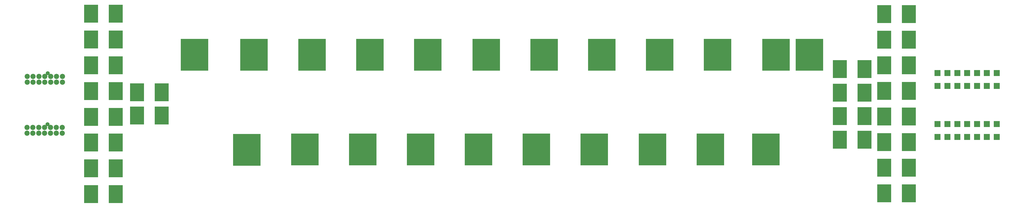
<source format=gbr>
G04 EAGLE Gerber RS-274X export*
G75*
%MOMM*%
%FSLAX34Y34*%
%LPD*%
%INSoldermask Top*%
%IPPOS*%
%AMOC8*
5,1,8,0,0,1.08239X$1,22.5*%
G01*
%ADD10R,11.709400X13.614400*%
%ADD11R,2.506400X2.506400*%
%ADD12C,2.206400*%
%ADD13C,1.706400*%
%ADD14R,6.006400X7.636400*%


D10*
X2675890Y-228600D03*
X1546860Y-228600D03*
X1513840Y-632460D03*
X1300480Y-228600D03*
X1267460Y-632460D03*
X1051560Y-228600D03*
X1021080Y-632460D03*
X805180Y-228600D03*
X774700Y-632460D03*
X558800Y-228600D03*
X528320Y-632460D03*
X2533650Y-228600D03*
X311150Y-228600D03*
X280670Y-633730D03*
X58420Y-228600D03*
X2490470Y-632460D03*
X2284730Y-228600D03*
X2254250Y-632460D03*
X2038350Y-228600D03*
X2007870Y-632460D03*
X1791970Y-228600D03*
X1760220Y-632460D03*
D11*
X3431466Y-361002D03*
X3389466Y-361002D03*
X3347466Y-361002D03*
X3305466Y-361002D03*
X3263466Y-361002D03*
X3431466Y-306002D03*
X3389466Y-306002D03*
X3347466Y-306002D03*
X3305466Y-306002D03*
X3263466Y-306002D03*
X3221466Y-306002D03*
X3221466Y-361002D03*
X3473466Y-361002D03*
X3473466Y-306002D03*
X3431466Y-578426D03*
X3389466Y-578426D03*
X3347466Y-578426D03*
X3305466Y-578426D03*
X3263466Y-578426D03*
X3431466Y-523426D03*
X3389466Y-523426D03*
X3347466Y-523426D03*
X3305466Y-523426D03*
X3263466Y-523426D03*
X3221466Y-523426D03*
X3221466Y-578426D03*
X3473466Y-578426D03*
X3473466Y-523426D03*
D12*
X-579120Y-320421D03*
X-579120Y-345421D03*
X-604120Y-345421D03*
X-604120Y-320421D03*
X-629120Y-320421D03*
X-629120Y-345421D03*
X-554120Y-345421D03*
X-554120Y-320421D03*
X-529120Y-320421D03*
X-529120Y-345421D03*
D13*
X-566420Y-307021D03*
D12*
X-504120Y-345421D03*
X-504120Y-320421D03*
X-654120Y-320421D03*
X-654120Y-345421D03*
X-580136Y-537845D03*
X-580136Y-562845D03*
X-605136Y-562845D03*
X-605136Y-537845D03*
X-630136Y-537845D03*
X-630136Y-562845D03*
X-555136Y-562845D03*
X-555136Y-537845D03*
X-530136Y-537845D03*
X-530136Y-562845D03*
D13*
X-567436Y-524445D03*
D12*
X-505136Y-562845D03*
X-505136Y-537845D03*
X-655136Y-537845D03*
X-655136Y-562845D03*
D14*
X2994357Y-163906D03*
X3099357Y-163906D03*
X2994357Y-273169D03*
X3099357Y-273169D03*
X2994357Y-710219D03*
X3099357Y-710219D03*
X2994357Y-382431D03*
X3099357Y-382431D03*
X2994357Y-600956D03*
X3099357Y-600956D03*
X2805762Y-490146D03*
X2910762Y-490146D03*
X2994357Y-491694D03*
X3099357Y-491694D03*
X2994357Y-54644D03*
X3099357Y-54644D03*
X2994357Y-819481D03*
X3099357Y-819481D03*
X2805762Y-289213D03*
X2910762Y-289213D03*
X2805762Y-590613D03*
X2910762Y-590613D03*
X2805762Y-389680D03*
X2910762Y-389680D03*
X-81866Y-487715D03*
X-186866Y-487715D03*
X-277065Y-383064D03*
X-382065Y-383064D03*
X-277065Y-602843D03*
X-382065Y-602843D03*
X-277065Y-163286D03*
X-382065Y-163286D03*
X-277065Y-712732D03*
X-382065Y-712732D03*
X-277065Y-53397D03*
X-382065Y-53397D03*
X-277065Y-822621D03*
X-382065Y-822621D03*
X-81866Y-388049D03*
X-186866Y-388049D03*
X-277065Y-492954D03*
X-382065Y-492954D03*
X-277065Y-273175D03*
X-382065Y-273175D03*
M02*

</source>
